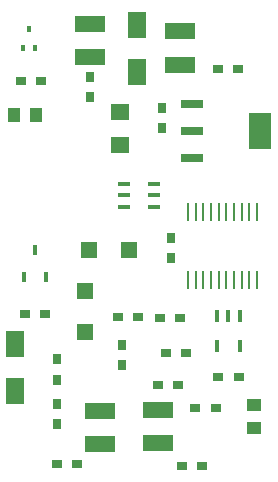
<source format=gtp>
G04 DipTrace 3.3.1.3*
G04 REV0_DieselTach_Filter_MSP.gtp*
%MOIN*%
G04 #@! TF.FileFunction,Paste,Top*
G04 #@! TF.Part,Single*
%ADD48R,0.007868X0.062986*%
%ADD50R,0.076766X0.120073*%
%ADD52R,0.076766X0.029522*%
%ADD54R,0.015742X0.039364*%
%ADD56R,0.039364X0.015742*%
%ADD58R,0.051175X0.043301*%
%ADD60R,0.043301X0.051175*%
%ADD62R,0.098419X0.055112*%
%ADD64R,0.011805X0.023616*%
%ADD70R,0.059049X0.090545*%
%ADD72R,0.017711X0.033459*%
%ADD74R,0.051963X0.058262*%
%ADD76R,0.058262X0.051963*%
%ADD78R,0.062986X0.055112*%
%ADD80R,0.03149X0.035427*%
%ADD82R,0.035427X0.03149*%
%FSLAX26Y26*%
G04*
G70*
G90*
G75*
G01*
G04 TopPaste*
%LPD*%
D82*
X1068415Y1308700D3*
X1001485D3*
X1049949Y1424951D3*
X983020D3*
D80*
X637449Y1218701D3*
Y1285630D3*
X1017606Y1624125D3*
Y1691054D3*
X987449Y2056201D3*
Y2123130D3*
D78*
X849949Y1999951D3*
Y2110187D3*
D76*
X731199Y1512451D3*
Y1378591D3*
D74*
X743699Y1649951D3*
X877559D3*
D72*
X528497Y1559300D3*
X603300D3*
X565899Y1649851D3*
D70*
X499949Y1181201D3*
Y1338681D3*
X906199Y2243701D3*
Y2401181D3*
D64*
X524949Y2324951D3*
X564319D3*
X544634Y2387943D3*
D82*
X1056199Y931201D3*
X1123128D3*
X706199Y937451D3*
X639270D3*
D62*
X974949Y1006201D3*
Y1116437D3*
X781199Y1112451D3*
Y1002214D3*
D80*
X856200Y1267735D3*
Y1334665D3*
D82*
X974949Y1199951D3*
X1041878D3*
X907165Y1426200D3*
X840235D3*
D80*
X637449Y1137451D3*
Y1070522D3*
D82*
X599949Y1437451D3*
X533020D3*
X1176485Y1228700D3*
X1243415D3*
X1099949Y1124951D3*
X1166878D3*
D60*
X493699Y2099951D3*
X568502D3*
D82*
X1242165Y2253700D3*
X1175235D3*
D58*
X1296200Y1132352D3*
Y1057548D3*
D82*
X518699Y2212451D3*
X585628D3*
D80*
X749950Y2161485D3*
Y2228415D3*
D62*
X749949Y2293701D3*
Y2403937D3*
X1049949Y2268701D3*
Y2378937D3*
D56*
X960413Y1795048D3*
Y1832450D3*
Y1869852D3*
X861987D3*
Y1832450D3*
Y1795048D3*
D54*
X1247352Y1430413D3*
X1209950D3*
X1172548D3*
Y1331987D3*
X1247352D3*
D52*
X1087449Y2137451D3*
Y2046899D3*
Y1956348D3*
D50*
X1315796Y2046899D3*
D48*
X1074949Y1549951D3*
X1100540D3*
X1126130D3*
X1151721D3*
X1177312D3*
X1202902D3*
X1228493D3*
X1254083D3*
X1279674D3*
X1305264D3*
Y1778297D3*
X1279674D3*
X1254083D3*
X1228493D3*
X1202902D3*
X1177312D3*
X1151721D3*
X1126130D3*
X1100540D3*
X1074949D3*
M02*

</source>
